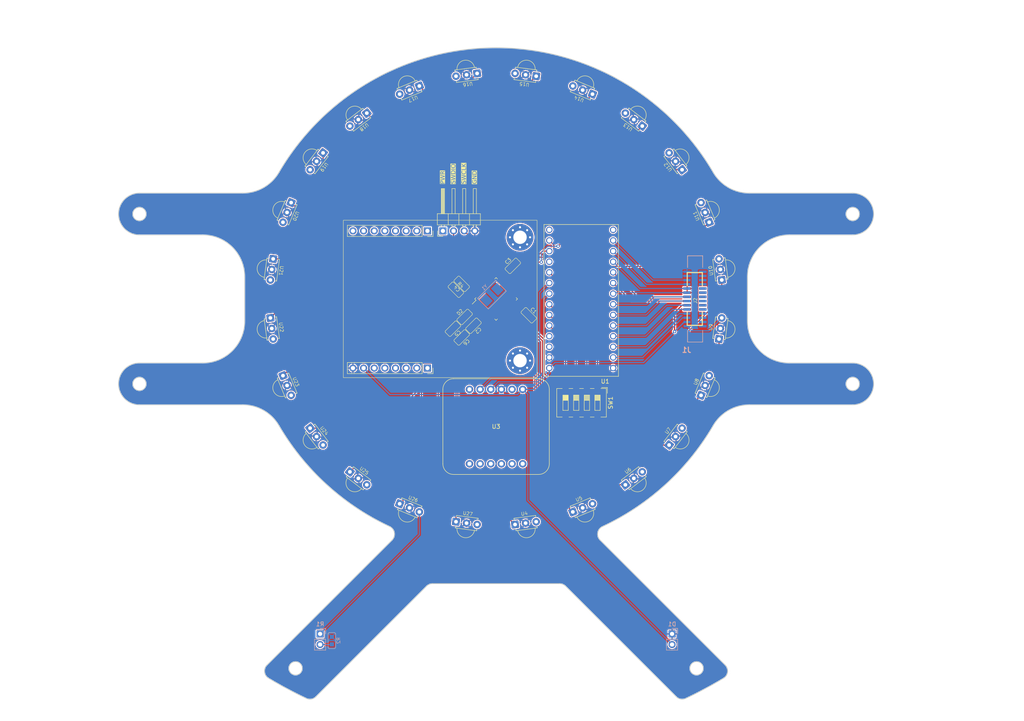
<source format=kicad_pcb>
(kicad_pcb (version 20221018) (generator pcbnew)
  (layers (0 "F.Cu" signal) (31 "B.Cu" signal) (34 "B.Paste" user) (35 "F.Paste" user) (36 "B.SilkS" user "B.Silkscreen") (37 "F.SilkS" user "F.Silkscreen") (38 "B.Mask" user) (39 "F.Mask" user) (44 "Edge.Cuts" user))
  (net 0 "")
  (net 1 "+5V")
  (net 2 "GND")
  (net 3 "+3V3")
  (net 4 "/L1 RX")
  (net 5 "/L1 TX")
  (net 6 "/FL PWM")
  (net 7 "/FL DIR")
  (net 8 "/FR PWM")
  (net 9 "/FR DIR")
  (net 10 "/BL PWM")
  (net 11 "/BL DIR")
  (net 12 "/BR PWM")
  (net 13 "/BR DIR")
  (net 14 "/SDA")
  (net 15 "/SCL")
  (net 24 "/IR/SWDIO")
  (net 25 "/IR/SWCLK")
  (net 26 "/IR/RST")
  (net 27 "/IR/BOOT")
  (net 28 "/LG")
  (net 29 "/IR/IR1")
  (net 30 "/IR/IR2")
  (net 31 "/IR/IR3")
  (net 32 "/IR/IR4")
  (net 33 "/IR/IR5")
  (net 34 "/IR/IR6")
  (net 35 "/IR/IR7")
  (net 36 "/IR/IR8")
  (net 37 "/IR/IR9")
  (net 38 "/IR/IR24")
  (net 39 "/IR/IR23")
  (net 40 "/IR/IR14")
  (net 41 "/IR/IR22")
  (net 42 "/IR/IR21")
  (net 43 "/IR/IR20")
  (net 44 "/IR/IR19")
  (net 45 "/IR/IR18")
  (net 46 "/IR/IR17")
  (net 47 "/IR/IR16")
  (net 48 "/IR/IR15")
  (net 49 "Net-(D2-A)")
  (net 50 "/IR/IR13")
  (net 51 "/IR/IR12")
  (net 52 "/IR/IR11")
  (net 53 "/IR/IR10")
  (net 54 "Net-(IC1-PD0)")
  (net 55 "Net-(IC1-PD1)")
  (net 58 "IR RX")
  (net 59 "IR TX")
  (net 60 "/DIP1")
  (net 61 "/DIP2")
  (net 62 "/DIP3")
  (net 79 "/C RX")
  (net 80 "/C TX")
  (net 95 "/U TX")
  (net 97 "/U RX")
  (net 107 "/DIP4")
  (footprint "footprints:Vishay_MINICAST-3P" (layer "F.Cu") (at 117.158919 132.873117 -52.5)
    (fp_text reference "U24")
    (fp_text value "TSSP58038")
  )
  (footprint "footprints:cap0603" (layer "F.Cu") (at 154.6 106.4 -135)
    (fp_text reference "C2")
    (fp_text value "0.1u")
  )
  (footprint "footprints:Vishay_MINICAST-3P" (layer "F.Cu") (at 180.664905 149.889495 22.5)
    (fp_text reference "U5")
    (fp_text value "TSSP58038")
  )
  (footprint "footprints:cap0603" (layer "F.Cu") (at 151.8 109.2 -135)
    (fp_text reference "C6")
    (fp_text value "22p")
  )
  (footprint "footprints:cap0603" (layer "F.Cu") (at 151.8 96.4 135)
    (fp_text reference "C4")
    (fp_text value "0.1u")
  )
  (footprint "footprints:Vishay_MINICAST-3P" (layer "F.Cu") (at 117.15892 67.126882 -127.5)
    (fp_text reference "U19")
    (fp_text value "TSSP58038")
  )
  (footprint "footprints:526100633" (layer "F.Cu") (at 205.6 100 90)
    (fp_text reference "J2")
    (fp_text value "52610-0833" hide)
  )
  (footprint "footprints:Vishay_MINICAST-3P" (layer "F.Cu") (at 167.048415 46.461977 172.5)
    (fp_text reference "U15")
    (fp_text value "TSSP58038")
  )
  (footprint "footprints:Vishay_MINICAST-3P" (layer "F.Cu") (at 213.538023 92.951586 97.5)
    (fp_text reference "U10")
    (fp_text value "TSSP58038")
  )
  (footprint "footprints:Vishay_MINICAST-3P" (layer "F.Cu") (at 202.841081 67.126883 127.5)
    (fp_text reference "U12")
    (fp_text value "TSSP58038")
  )
  (footprint "Connector_PinHeader_2.54mm:PinHeader_1x04_P2.54mm_Horizontal" (layer "F.Cu") (at 147.31 83.744 90)
    (fp_text reference "J3" hide)
    (fp_text value "Conn_01x04")
  )
  (footprint "footprints:Vishay_MINICAST-3P" (layer "F.Cu") (at 139.335095 50.110505 -157.5)
    (fp_text reference "U17")
    (fp_text value "TSSP58038")
  )
  (footprint "footprints:Vishay_MINICAST-3P" (layer "F.Cu") (at 106.461977 107.048414 -82.5)
    (fp_text reference "U22")
    (fp_text value "TSSP58038")
  )
  (footprint "footprints:Vishay_MINICAST-3P" (layer "F.Cu") (at 192.873118 57.15892 142.5)
    (fp_text reference "U13")
    (fp_text value "TSSP58038")
  )
  (footprint "footprints:Vishay_MINICAST-3P" (layer "F.Cu") (at 167.048414 153.538023 7.5)
    (fp_text reference "U4")
    (fp_text value "TSSP58038")
  )
  (footprint "Package_QFP:LQFP-48_7x7mm_P0.5mm" (layer "F.Cu") (at 160 100 45)
    (fp_text reference "IC1" hide)
    (fp_text value "STM32F103CBTx")
  )
  (footprint "footprints:led0603" (layer "F.Cu") (at 152.5 104.3 45)
    (fp_text reference "D2")
    (fp_text value "LED")
  )
  (footprint "Button_Switch_SMD:SW_DIP_SPSTx04_Slide_6.7x11.72mm_W8.61mm_P2.54mm_LowProfile" (layer "F.Cu") (at 180.4 124.8 -90)
    (fp_text reference "SW1")
    (fp_text value "SW_DIP_x04")
  )
  (footprint "footprints:Vishay_MINICAST-3P" (layer "F.Cu") (at 127.126882 142.84108 -37.5)
    (fp_text reference "U25")
    (fp_text value "TSSP58038")
  )
  (footprint "footprints:cap0603" (layer "F.Cu") (at 167.8 103.9 -45)
    (fp_text reference "C1")
    (fp_text value "0.1u")
  )
  (footprint "footprints:cap0603" (layer "F.Cu") (at 149.7 107.1 -135)
    (fp_text reference "C5")
    (fp_text value "22p")
  )
  (footprint "footprints:openmv" (layer "F.Cu") (at 166.223 100 -90)
    (fp_text reference "U2" hide)
    (fp_text value "OpenMV H7" hide)
  )
  (footprint "footprints:Vishay_MINICAST-3P" (layer "F.Cu") (at 152.951586 46.461977 -172.5)
    (fp_text reference "U16")
    (fp_text value "TSSP58038")
  )
  (footprint "footprints:Vishay_MINICAST-3P" (layer "F.Cu") (at 209.889495 120.664906 67.5)
    (fp_text reference "U8")
    (fp_text value "TSSP58038")
  )
  (footprint "footprints:Vishay_MINICAST-3P" (layer "F.Cu") (at 192.873117 142.841081 37.5)
    (fp_text reference "U6")
    (fp_text value "TSSP58038")
  )
  (footprint "footprints:res0603" (layer "F.Cu") (at 150.4 97.8 -45)
    (fp_text reference "R4")
    (fp_text value "10K")
  )
  (footprint "footprints:Vishay_MINICAST-3P" (layer "F.Cu") (at 127.126883 57.158919 -142.5)
    (fp_text reference "U18")
    (fp_text value "TSSP58038")
  )
  (footprint "footprints:teensy4" (layer "F.Cu") (at 180.32 100 180)
    (fp_text reference "U1")
    (fp_text value "DEV-15583")
  )
  (footprint "footprints:Vishay_MINICAST-3P" (layer "F.Cu") (at 213.538023 107.048415 82.5)
    (fp_text reference "U9")
    (fp_text value "TSSP58038")
  )
  (footprint "footprints:Vishay_MINICAST-3P" (layer "F.Cu") (at 139.335094 149.889495 -22.5)
    (fp_text reference "U26")
    (fp_text value "TSSP58038")
  )
  (footprint "footprints:Vishay_MINICAST-3P" (layer "F.Cu") (at 152.951585 153.538023 -7.5)
    (fp_text reference "U27")
    (fp_text value "TSSP58038")
  )
  (footprint "footprints:Vishay_MINICAST-3P" (layer "F.Cu") (at 110.110505 120.664905 -67.5)
    (fp_text reference "U23")
    (fp_text value "TSSP58038")
  )
  (footprint "footprints:Vishay_MINICAST-3P" (layer "F.Cu") (at 202.84108 132.873118 52.5)
    (fp_text reference "U7")
    (fp_text value "TSSP58038")
  )
  (footprint "footprints:Vishay_MINICAST-3P" (layer "F.Cu") (at 110.110505 79.335094 -112.5)
    (fp_text reference "U20")
    (fp_text value "TSSP58038")
  )
  (footprint "footprints:Vishay_MINICAST-3P" (layer "F.Cu") (at 209.889495 79.335095 112.5)
    (fp_text reference "U11")
    (fp_text value "TSSP58038")
  )
  (footprint "footprints:bno085" (layer "F.Cu") (at 160 130.48 180)
    (fp_text reference "U3")
    (fp_text value "BNO085")
  )
  (footprint "footprints:Vishay_MINICAST-3P" (layer "F.Cu") (at 180.664906 50.110505 157.5)
    (fp_text reference "U14")
    (fp_text value "TSSP58038")
  )
  (footprint "footprints:Vishay_MINICAST-3P" (layer "F.Cu") (at 106.461977 92.951585 -97.5)
    (fp_text reference "U21")
    (fp_text value "TSSP58038")
  )
  (footprint "footprints:cap0603" (layer "F.Cu") (at 164 92.1 45)
    (fp_text reference "C3")
    (fp_text value "0.1u")
  )
  (footprint "Connector_PinHeader_2.54mm:PinHeader_1x02_P2.54mm_Vertical" (layer "B.Cu") (at 118 180 180)
    (fp_text reference "R1")
    (fp_text value "R_Photo")
  )
  (footprint "footprints:Crystal" (layer "B.Cu") (at 159 99 -135)
    (fp_text reference "Y1")
    (fp_text value "8Mhz")
  )
  (footprint "footprints:res0603" (layer "B.Cu") (at 120.8 181.6 90)
    (fp_text reference "R2")
    (fp_text value "3K24")
  )
  (footprint "Connector_PinHeader_2.54mm:PinHeader_1x02_P2.54mm_Vertical" (layer "B.Cu") (at 202 180 180)
    (fp_text reference "D1")
    (fp_text value "LED")
  )
  (footprint "footprints:526101433" (layer "B.Cu") (at 207.5 100 90)
    (fp_text reference "J1")
    (fp_text value "0526101433" hide)
  )
  (gr_circle (center 74.884814 120.289283) (end 76.484814 120.289283) (stroke (width 0.2)) (fill none) (layer "Edge.Cuts"))
  (gr_line (start 74.884814 125.289283) (end 99.546163 125.289283) (stroke (width 0.2)) (layer "Edge.Cuts"))
  (gr_arc (start 175.171573 167.999999) (mid 175.936946 168.152231) (end 176.585786 168.585786) (stroke (width 0.2)) (layer "Edge.Cuts"))
  (gr_arc (start 74.884814 84.710715) (mid 69.884814 79.710715) (end 74.884814 74.710715) (stroke (width 0.2)) (layer "Edge.Cuts"))
  (gr_line (start 214.687712 187.442537) (end 184.830626 157.585454) (stroke (width 0.2)) (layer "Edge.Cuts"))
  (gr_arc (start 90 84.710715) (mid 97.071068 87.639647) (end 100 94.710715) (stroke (width 0.2)) (layer "Edge.Cuts"))
  (gr_arc (start 114.718549 195.402253) (mid 110.149784 193.096486) (end 105.698091 190.572085) (stroke (width 0.2)) (layer "Edge.Cuts"))
  (gr_arc (start 184.830626 157.585454) (mid 184.275092 155.824689) (end 185.398231 154.359265) (stroke (width 0.2)) (layer "Edge.Cuts"))
  (gr_line (start 245.115186 74.710715) (end 220.453837 74.710715) (stroke (width 0.2)) (layer "Edge.Cuts"))
  (gr_arc (start 214.301914 190.572082) (mid 209.850218 193.096485) (end 205.281451 195.402254) (stroke (width 0.2)) (layer "Edge.Cuts"))
  (gr_arc (start 134.601771 154.359267) (mid 119.55363 144.318066) (end 108.182425 130.247957) (stroke (width 0.2)) (layer "Edge.Cuts"))
  (gr_line (start 245.115186 125.289283) (end 220.453837 125.289283) (stroke (width 0.2)) (layer "Edge.Cuts"))
  (gr_line (start 105.312293 187.44254) (end 135.169377 157.585456) (stroke (width 0.2)) (layer "Edge.Cuts"))
  (gr_circle (center 245.115186 120.289283) (end 246.715186 120.289283) (stroke (width 0.2)) (fill none) (layer "Edge.Cuts"))
  (gr_arc (start 245.115186 74.710715) (mid 250.115194 79.710719) (end 245.115186 84.710715) (stroke (width 0.2)) (layer "Edge.Cuts"))
  (gr_arc (start 108.182425 69.752041) (mid 104.525457 73.38289) (end 99.546163 74.710715) (stroke (width 0.2)) (layer "Edge.Cuts"))
  (gr_line (start 220 94.710715) (end 220 105.289283) (stroke (width 0.2)) (layer "Edge.Cuts"))
  (gr_arc (start 220.453837 74.710715) (mid 215.474543 73.38289) (end 211.817575 69.752041) (stroke (width 0.2)) (layer "Edge.Cuts"))
  (gr_circle (center 245.115186 79.710715) (end 246.715186 79.710715) (stroke (width 0.2)) (fill none) (layer "Edge.Cuts"))
  (gr_arc (start 100 105.289283) (mid 97.071068 112.360351) (end 90 115.289283) (stroke (width 0.2)) (layer "Edge.Cuts"))
  (gr_line (start 245.115186 115.289283) (end 230 115.289283) (stroke (width 0.2)) (layer "Edge.Cuts"))
  (gr_arc (start 74.884814 125.289283) (mid 69.884814 120.289283) (end 74.884814 115.289283) (stroke (width 0.2)) (layer "Edge.Cuts"))
  (gr_line (start 116.990341 195.009658) (end 143.414213 168.585785) (stroke (width 0.2)) (layer "Edge.Cuts"))
  (gr_line (start 245.115186 84.710715) (end 230 84.710715) (stroke (width 0.2)) (layer "Edge.Cuts"))
  (gr_arc (start 230 115.289283) (mid 222.928931 112.360351) (end 220 105.289283) (stroke (width 0.2)) (layer "Edge.Cuts"))
  (gr_arc (start 245.115186 115.289283) (mid 250.115186 120.289279) (end 245.115186 125.289283) (stroke (width 0.2)) (layer "Edge.Cuts"))
  (gr_arc (start 214.687712 187.442537) (mid 215.258472 189.10145) (end 214.301914 190.572082) (stroke (width 0.2)) (layer "Edge.Cuts"))
  (gr_line (start 203.009659 195.009658) (end 176.585786 168.585786) (stroke (width 0.2)) (layer "Edge.Cuts"))
  (gr_arc (start 205.281451 195.402254) (mid 204.083301 195.566214) (end 203.009659 195.009658) (stroke (width 0.2)) (layer "Edge.Cuts"))
  (gr_arc (start 116.990341 195.009658) (mid 115.916706 195.566233) (end 114.718549 195.402253) (stroke (width 0.2)) (layer "Edge.Cuts"))
  (gr_circle (center 74.884814 79.710715) (end 76.484814 79.710715) (stroke (width 0.2)) (fill none) (layer "Edge.Cuts"))
  (gr_arc (start 220 94.710715) (mid 222.928927 87.639637) (end 230 84.710715) (stroke (width 0.2)) (layer "Edge.Cuts"))
  (gr_line (start 74.884814 84.710715) (end 90 84.710715) (stroke (width 0.2)) (layer "Edge.Cuts"))
  (gr_circle (center 112.145491 188.220926) (end 113.745491 188.220926) (stroke (width 0.2)) (fill none) (layer "Edge.Cuts"))
  (gr_line (start 100 94.710715) (end 100 105.289283) (stroke (width 0.2)) (layer "Edge.Cuts"))
  (gr_line (start 74.884814 74.710715) (end 99.546163 74.710715) (stroke (width 0.2)) (layer "Edge.Cuts"))
  (gr_arc (start 134.601771 154.359267) (mid 135.72491 155.824691) (end 135.169377 157.585456) (stroke (width 0.2)) (layer "Edge.Cuts"))
  (gr_arc (start 99.546163 125.289283) (mid 104.525457 126.617108) (end 108.182425 130.247957) (stroke (width 0.2)) (layer "Edge.Cuts"))
  (gr_arc (start 105.698091 190.572085) (mid 104.741533 189.101453) (end 105.312293 187.44254) (stroke (width 0.2)) (layer "Edge.Cuts"))
  (gr_line (start 144.828427 167.999999) (end 175.171573 167.999999) (stroke (width 0.2)) (layer "Edge.Cuts"))
  (gr_line (start 74.884814 115.289283) (end 90 115.289283) (stroke (width 0.2)) (layer "Edge.Cuts"))
  (gr_arc (start 211.817574 130.247957) (mid 200.446371 144.318066) (end 185.398231 154.359265) (stroke (width 0.2)) (layer "Edge.Cuts"))
  (gr_arc (start 211.817574 130.247957) (mid 215.474543 126.617108) (end 220.453837 125.289283) (stroke (width 0.2)) (layer "Edge.Cuts"))
  (gr_arc (start 108.182425 69.752041) (mid 160 39.999999) (end 211.817575 69.752041) (stroke (width 0.2)) (layer "Edge.Cuts"))
  (gr_arc (start 143.414213 168.585785) (mid 144.06306 168.15224) (end 144.828427 167.999999) (stroke (width 0.2)) (layer "Edge.Cuts"))
  (gr_circle (center 207.854509 188.220926) (end 209.454509 188.220926) (stroke (width 0.2)) (fill none) (layer "Edge.Cuts"))
  (gr_text "SWCLK" (at 152.38 72.568 90) (layer "F.SilkS" knockout) (effects (font (size 1 1)) (justify left)))
  (gr_text "PWR" (at 147.3 72.568 90) (layer "F.SilkS" knockout) (effects (font (size 1 1)) (justify left)))
  (gr_text "GND" (at 154.92 72.568 90) (layer "F.SilkS" knockout) (effects (font (size 1 1)) (justify left)))
  (gr_text "SWDIO" (at 149.84 72.568 90) (layer "F.SilkS" knockout) (effects (font (size 1 1)) (justify left)))
  (segment (start 204.375 101.5) (end 202.6 103.275) (width 0.3) (layer "F.Cu") (net 1))
  (segment (start 202.6 103.275) (end 202.6 107.8) (width 0.3) (layer "F.Cu") (net 1))
  (segment (start 205.6 101.5) (end 204.375 101.5) (width 0.3) (layer "F.Cu") (net 1))
  (via (at 202.6 107.8) (size 0.8) (drill 0.4) (layers "F.Cu" "B.Cu") (net 1))
  (segment (start 167.566 148.106) (end 202 182.54) (width 0.254) (layer "B.Cu") (net 1))
  (segment (start 195.2 115.2) (end 174.01 115.2) (width 0.3) (layer "B.Cu") (net 1))
  (segment (start 167.6 122.8) (end 167.566 122.834) (width 0.254) (layer "B.Cu") (net 1))
  (segment (start 165.111 122.829) (end 134.696 122.829) (width 0.3) (layer "B.Cu") (net 1))
  (segment (start 134.696 122.829) (end 128.377 116.51) (width 0.3) (layer "B.Cu") (net 1))
  (segment (start 204.9 105.5) (end 195.2 115.2) (width 0.3) (layer "B.Cu") (net 1))
  (segment (start 205.575 105.5) (end 204.9 105.5) (width 0.3) (layer "B.Cu") (net 1))
  (segment (start 166.35 121.59) (end 168.88458 121.59) (width 0.3) (layer "B.Cu") (net 1))
  (segment (start 174.01 115.2) (end 172.7 116.51) (width 0.3) (layer "B.Cu") (net 1))
  (segment (start 166.39 121.59) (end 167.6 122.8) (width 0.254) (layer "B.Cu") (net 1))
  (segment (start 172.7 117.77458) (end 172.7 116.51) (width 0.3) (layer "B.Cu") (net 1))
  (segment (start 166.35 121.59) (end 166.39 121.59) (width 0.254) (layer "B.Cu") (net 1))
  (segment (start 166.35 121.59) (end 165.111 122.829) (width 0.3) (layer "B.Cu") (net 1))
  (segment (start 168.88458 121.59) (end 172.7 117.77458) (width 0.3) (layer "B.Cu") (net 1))
  (segment (start 167.566 122.834) (end 167.566 148.106) (width 0.254) (layer "B.Cu") (net 1))
  (segment (start 167.163604 103.263604) (end 164.898788 100.998788) (width 0.254) (layer "F.Cu") (net 3))
  (segment (start 160.998788 95.112124) (end 160.998788 95.101212) (width 0.25) (layer "F.Cu") (net 3))
  (segment (start 164.898788 100.998788) (end 164.887876 100.998788) (width 0.254) (layer "F.Cu") (net 3))
  (segment (start 157.940551 103.827215) (end 156.004162 105.763604) (width 0.254) (layer "F.Cu") (net 3))
  (segment (start 155.112124 99.001212) (end 154.401212 99.001212) (width 0.25) (layer "F.Cu") (net 3))
  (segment (start 160.998788 95.101212) (end 163.363604 92.736396) (width 0.25) (layer "F.Cu") (net 3))
  (segment (start 156.004162 105.763604) (end 155.236396 105.763604) (width 0.254) (layer "F.Cu") (net 3))
  (segment (start 154.401212 99.001212) (end 152.436396 97.036396) (width 0.25) (layer "F.Cu") (net 3))
  (segment (start 210.799705 107.6) (end 213.86956 104.530145) (width 0.3) (layer "B.Cu") (net 3))
  (segment (start 141.681748 150.861511) (end 141.681748 156.318252) (width 0.254) (layer "B.Cu") (net 3))
  (segment (start 206.675 107.6) (end 210.799705 107.6) (width 0.3) (layer "B.Cu") (net 3))
  (segment (start 141.681748 156.318252) (end 118 180) (width 0.254) (layer "B.Cu") (net 3))
  (segment (start 205.575 106.5) (end 206.675 107.6) (width 0.3) (layer "B.Cu") (net 3))
  (segment (start 195.03 113.97) (end 187.94 113.97) (width 0.254) (layer "B.Cu") (net 4))
  (segment (start 204.5 104.5) (end 195.03 113.97) (width 0.254) (layer "B.Cu") (net 4))
  (segment (start 205.575 104.5) (end 204.5 104.5) (width 0.254) (layer "B.Cu") (net 4))
  (segment (start 203.7 103.5) (end 195.77 111.43) (width 0.254) (layer "B.Cu") (net 5))
  (segment (start 195.77 111.43) (end 187.94 111.43) (width 0.254) (layer "B.Cu") (net 5))
  (segment (start 205.575 103.5) (end 203.7 103.5) (width 0.254) (layer "B.Cu") (net 5))
  (segment (start 205.575 102.5) (end 202.1 102.5) (width 0.254) (layer "B.Cu") (net 6))
  (segment (start 195.71 108.89) (end 187.94 108.89) (width 0.254) (layer "B.Cu") (net 6))
  (segment (start 202.1 102.5) (end 195.71 108.89) (width 0.254) (layer "B.Cu") (net 6))
  (segment (start 195.85 106.35) (end 187.94 106.35) (width 0.254) (layer "B.Cu") (net 7))
  (segment (start 200.7 101.5) (end 195.85 106.35) (width 0.254) (layer "B.Cu") (net 7))
  (segment (start 205.575 101.5) (end 200.7 101.5) (width 0.254) (layer "B.Cu") (net 7))
  (segment (start 187.94 103.81) (end 195.79 103.81) (width 0.254) (layer "B.Cu") (net 8))
  (segment (start 195.79 103.81) (end 199.1 100.5) (width 0.254) (layer "B.Cu") (net 8))
  (segment (start 199.1 100.5) (end 205.575 100.5) (width 0.254) (layer "B.Cu") (net 8))
  (segment (start 197.7 99.5) (end 195.93 101.27) (width 0.254) (layer "B.Cu") (net 9))
  (segment (start 195.93 101.27) (end 187.94 101.27) (width 0.254) (layer "B.Cu") (net 9))
  (segment (start 205.575 99.5) (end 197.7 99.5) (width 0.254) (layer "B.Cu") (net 9))
  (segment (start 188.17 98.5) (end 187.94 98.73) (width 0.254) (layer "B.Cu") (net 10))
  (segment (start 205.575 98.5) (end 188.17 98.5) (width 0.254) (layer "B.Cu") (net 10))
  (segment (start 194.33 97.5) (end 187.94 91.11) (width 0.254) (layer "B.Cu") (net 11))
  (segment (start 205.575 97.5) (end 194.33 97.5) (width 0.254) (layer "B.Cu") (net 11))
  (segment (start 195.87 96.5) (end 187.94 88.57) (width 0.254) (layer "B.Cu") (net 12))
  (segment (start 205.575 96.5) (end 195.87 96.5) (width 0.254) (layer "B.Cu") (net 12))
  (segment (start 205.575 95.5) (end 197.41 95.5) (width 0.254) (layer "B.Cu") (net 13))
  (segment (start 197.41 95.5) (end 187.94 86.03) (width 0.254) (layer "B.Cu") (net 13))
  (segment (start 170.4 117.6) (end 169 119) (width 0.254) (layer "B.Cu") (net 14))
  (segment (start 169 119) (end 158.78 119) (width 0.254) (layer "B.Cu") (net 14))
  (segment (start 170.4 98.49) (end 170.4 117.6) (width 0.254) (layer "B.Cu") (net 14))
  (segment (start 172.7 96.19) (end 170.4 98.49) (width 0.254) (layer "B.Cu") (net 14))
  (segment (start 158.78 119) (end 156.19 121.59) (width 0.254) (layer "B.Cu") (net 14))
  (segment (start 158.73 121.59) (end 160.52 119.8) (width 0.254) (layer "B.Cu") (net 15))
  (segment (start 160.52 119.8) (end 170 119.8) (width 0.254) (layer "B.Cu") (net 15))
  (segment (start 170 119.8) (end 171.4 118.4) (width 0.254) (layer "B.Cu") (net 15))
  (segment (start 171.4 100.03) (end 172.7 98.73) (width 0.254) (layer "B.Cu") (net 15))
  (segment (start 171.4 118.4) (end 171.4 100.03) (width 0.254) (layer "B.Cu") (net 15))
  (segment (start 160.771231 96.387169) (end 159.987169 95.603107) (width 0.25) (layer "F.Cu") (net 24))
  (segment (start 159.987169 91.341169) (end 152.39 83.744) (width 0.25) (layer "F.Cu") (net 24))
  (segment (start 161.705895 95.819231) (end 161.137957 96.387169) (width 0.25) (layer "F.Cu") (net 24))
  (segment (start 161.137957 96.387169) (end 160.771231 96.387169) (width 0.25) (layer "F.Cu") (net 24))
  (segment (start 159.987169 95.603107) (end 159.987169 91.341169) (width 0.25) (layer "F.Cu") (net 24))
  (segment (start 149.85 85.960912) (end 149.85 83.744) (width 0.25) (layer "F.Cu") (net 25))
  (segment (start 159.001212 95.112124) (end 149.85 85.960912) (width 0.25) (layer "F.Cu") (net 25))
  (segment (start 155.693235 99.922703) (end 152.522703 99.922703) (width 0.25) (layer "F.Cu") (net 27))
  (segment (start 152.522703 99.922703) (end 151.036396 98.436396) (width 0.25) (layer "F.Cu") (net 27))
  (segment (start 157.2 98.26066) (end 156.526338 97.586998) (width 0.25) (layer "F.Cu") (net 27))
  (segment (start 155.693235 99.922703) (end 157.2 98.415938) (width 0.25) (layer "F.Cu") (net 27))
  (segment (start 157.2 98.415938) (end 157.2 98.26066) (width 0.25) (layer "F.Cu") (net 27))
  (segment (start 120.76 182.54) (end 118 182.54) (width 0.254) (layer "B.Cu") (net 28))
  (segment (start 120.8 182.5) (end 120.76 182.54) (width 0.254) (layer "B.Cu") (net 28))
  (segment (start 162.376279 106.465773) (end 150.887315 117.954737) (width 0.254) (layer "F.Cu") (net 29))
  (segment (start 150.887315 117.954737) (end 150.887315 140.287315) (width 0.254) (layer "F.Cu") (net 29))
  (segment (start 150.887315 140.287315) (end 164.46956 153.86956) (width 0.254) (layer "F.Cu") (net 29))
  (segment (start 164.46956 153.86956) (end 164.530144 153.86956) (width 0.254) (layer "F.Cu") (net 29))
  (segment (start 162.376279 104.851153) (end 162.376279 106.465773) (width 0.254) (layer "F.Cu") (net 29))
  (segment (start 161.705895 104.180769) (end 162.376279 104.851153) (width 0.254) (layer "F.Cu") (net 29))
  (segment (start 162.059449 103.827215) (end 169.242 111.009766) (width 0.254) (layer "F.Cu") (net 30))
  (segment (start 169.242 141.78526) (end 178.318251 150.861511) (width 0.254) (layer "F.Cu") (net 30))
  (segment (start 169.242 111.009766) (end 169.242 141.78526) (width 0.254) (layer "F.Cu") (net 30))
  (segment (start 182.987335 144.387335) (end 169.696 131.096) (width 0.254) (layer "F.Cu") (net 31))
  (segment (start 169.696 131.096) (end 169.696 110.75666) (width 0.254) (layer "F.Cu") (net 31))
  (segment (start 169.696 110.75666) (end 162.413002 103.473662) (width 0.254) (layer "F.Cu") (net 31))
  (segment (start 190.858 144.387335) (end 182.987335 144.387335) (width 0.254) (layer "F.Cu") (net 31))
  (segment (start 174.888235 134.888235) (end 170.15 130.15) (width 0.254) (layer "F.Cu") (net 32))
  (segment (start 170.15 110.503554) (end 162.766555 103.120109) (width 0.254) (layer "F.Cu") (net 32))
  (segment (start 170.15 130.15) (end 170.15 110.503554) (width 0.254) (layer "F.Cu") (net 32))
  (segment (start 201.294826 134.888235) (end 174.888235 134.888235) (width 0.254) (layer "F.Cu") (net 32))
  (segment (start 198.929039 133) (end 188 133) (width 0.254) (layer "F.Cu") (net 33))
  (segment (start 188 133) (end 186 133) (width 0.254) (layer "F.Cu") (net 33))
  (segment (start 188 133) (end 175.4 133) (width 0.254) (layer "F.Cu") (net 33))
  (segment (start 170.604 110.250446) (end 163.120109 102.766555) (width 0.254) (layer "F.Cu") (net 33))
  (segment (start 173.953474 131.553474) (end 170.8 128.4) (width 0.254) (layer "F.Cu") (net 33))
  (segment (start 175.4 133) (end 170.8 128.4) (width 0.254) (layer "F.Cu") (net 33))
  (segment (start 170.604 128.204) (end 170.604 110.250446) (width 0.254) (layer "F.Cu") (net 33))
  (segment (start 170.8 128.4) (end 170.604 128.204) (width 0.254) (layer "F.Cu") (net 33))
  (segment (start 208.917479 123.01156) (end 198.929039 133) (width 0.254) (layer "F.Cu") (net 33))
  (segment (start 193.2 132.2) (end 213.206486 112.193514) (width 0.254) (layer "F.Cu") (net 34))
  (segment (start 171.058 127.658) (end 175.6 132.2) (width 0.254) (layer "F.Cu") (net 34))
  (segment (start 213.206486 112.193514) (end 213.206486 109.566685) (width 0.254) (layer "F.Cu") (net 34))
  (segment (start 163.473662 102.413002) (end 171.058 109.99734) (width 0.254) (layer "F.Cu") (net 34))
  (segment (start 171.058 109.99734) (end 171.058 127.658) (width 0.254) (layer "F.Cu") (net 34))
  (segment (start 175.6 132.2) (end 193.2 132.2) (width 0.254) (layer "F.Cu") (net 34))
  (segment (start 175.75 122.04) (end 171.51 117.8) (width 0.25) (layer "F.Cu") (net 35))
  (segment (start 213.86956 99.75544) (end 191.585 122.04) (width 0.25) (layer "F.Cu") (net 35))
  (segment (start 213.86956 95.469856) (end 213.86956 99.75544) (width 0.25) (layer "F.Cu") (net 35))
  (segment (start 191.585 122.04) (end 175.75 122.04) (width 0.25) (layer "F.Cu") (net 35))
  (segment (start 163.827215 102.059449) (end 171.512 109.744234) (width 0.254) (layer "F.Cu") (net 35))
  (segment (start 171.51 117.8) (end 171.51 109.71) (width 0.25) (layer "F.Cu") (net 35))
  (segment (start 171.51 109.71) (end 164.8 103) (width 0.25) (layer "F.Cu") (net 35))
  (segment (start 171.512 109.744234) (end 171.512 110.8) (width 0.254) (layer "F.Cu") (net 35))
  (segment (start 210.861511 81.681749) (end 200.34326 92.2) (width 0.25) (layer "F.Cu") (net 36))
  (segment (start 169.567766 92.2) (end 163.827215 97.940551) (width 0.25) (layer "F.Cu") (net 36))
  (segment (start 200.34326 92.2) (end 169.567766 92.2) (width 0.25) (layer "F.Cu") (net 36))
  (segment (start 174.8 87.4) (end 193.058 69.142) (width 0.254) (layer "F.Cu") (net 37))
  (segment (start 169.86066 91.2) (end 170.8 91.2) (width 0.254) (layer "F.Cu") (net 37))
  (segment (start 163.473662 97.586998) (end 169.86066 91.2) (width 0.254) (layer "F.Cu") (net 37))
  (segment (start 193.058 69.142) (end 204.387335 69.142) (width 0.254) (layer "F.Cu") (net 37))
  (segment (start 194.458 69.142) (end 204.387335 69.142) (width 0.25) (layer "F.Cu") (net 37))
  (via (at 170.8 91.2) (size 0.8) (drill 0.4) (layers "F.Cu" "B.Cu") (net 37))
  (via (at 174.8 87.4) (size 0.8) (drill 0.4) (layers "F.Cu" "B.Cu") (net 37))
  (segment (start 170.8 88.925678) (end 172.325678 87.4) (width 0.254) (layer "B.Cu") (net 37))
  (segment (start 172.325678 87.4) (end 174.4 87.4) (width 0.254) (layer "B.Cu") (net 37))
  (segment (start 170.8 91.2) (end 170.8 88.925678) (width 0.254) (layer "B.Cu") (net 37))
  (segment (start 174.4 87.4) (end 174.8 87.4) (width 0.254) (layer "B.Cu") (net 37))
  (segment (start 161.352342 104.534322) (end 161.922279 105.104259) (width 0.254) (layer "F.Cu") (net 38))
  (segment (start 150.433315 117.766685) (end 150.433315 153.206486) (width 0.254) (layer "F.Cu") (net 38))
  (segment (start 161.922279 106.277721) (end 150.433315 117.766685) (width 0.254) (layer "F.Cu") (net 38))
  (segment (start 161.922279 105.104259) (end 161.922279 106.277721) (width 0.254) (layer "F.Cu") (net 38))
  (segment (start 146.2 119.686664) (end 146.2 139.705919) (width 0.254) (layer "F.Cu") (net 39))
  (segment (start 160.998788 104.887876) (end 146.2 119.686664) (width 0.254) (layer "F.Cu") (net 39))
  (segment (start 146.2 139.705919) (end 136.98844 148.917479) (width 0.254) (layer "F.Cu") (net 39))
  (segment (start 147.429604 86.85) (end 145.289802 84.710198) (width 0.25) (layer "F.Cu") (net 40))
  (segment (start 148.617766 86.85) (end 147.429604 86.85) (width 0.25) (layer "F.Cu") (net 40))
  (segment (start 145.289802 84.710198) (end 145.289802 52.746542) (width 0.25) (layer "F.Cu") (net 40))
  (segment (start 145.289802 52.746542) (end 141.681749 49.138489) (width 0.25) (layer "F.Cu") (net 40))
  (segment (start 157.940551 96.172785) (end 148.617766 86.85) (width 0.25) (layer "F.Cu") (net 40))
  (segment (start 142.2 121.689088) (end 142.2 124.206591) (width 0.254) (layer "F.Cu") (net 41))
  (segment (start 159.001212 104.887876) (end 142.2 121.689088) (width 0.254) (layer "F.Cu") (net 41))
  (segment (start 142.2 124.206591) (end 125.111765 141.294826) (width 0.254) (layer "F.Cu") (net 41))
  (segment (start 132.32398 130.858) (end 115.612665 130.858) (width 0.254) (layer "F.Cu") (net 42))
  (segment (start 158.647658 104.534322) (end 132.32398 130.858) (width 0.254) (layer "F.Cu") (net 42))
  (segment (start 147.141874 115.333) (end 112.12374 115.333) (width 0.254) (layer "F.Cu") (net 43))
  (segment (start 158.294105 104.180769) (end 147.141874 115.333) (width 0.254) (layer "F.Cu") (net 43))
  (segment (start 112.12374 115.333) (end 109.138489 118.318251) (width 0.254) (layer "F.Cu") (net 43))
  (segment (start 116.660584 94) (end 106.13044 104.530144) (width 0.25) (layer "F.Cu") (net 44))
  (segment (start 155.819231 98.294105) (end 151.525126 94) (width 0.25) (layer "F.Cu") (net 44))
  (segment (start 151.525126 94) (end 116.660584 94) (width 0.25) (layer "F.Cu") (net 44))
  (segment (start 156.172785 97.940551) (end 148.665549 90.433315) (width 0.25) (layer "F.Cu") (net 45))
  (segment (start 148.665549 90.433315) (end 106.793514 90.433315) (width 0.25) (layer "F.Cu") (net 45))
  (segment (start 122.694081 88.6) (end 148.246446 88.6) (width 0.25) (layer "F.Cu") (net 46))
  (segment (start 148.246446 88.6) (end 156.879891 97.233445) (width 0.25) (layer "F.Cu") (net 46))
  (segment (start 111.082521 76.98844) (end 122.694081 88.6) (width 0.25) (layer "F.Cu") (net 46))
  (segment (start 118.705174 80.305174) (end 126.15 87.75) (width 0.25) (layer "F.Cu") (net 47))
  (segment (start 148.103554 87.75) (end 157.233445 96.879891) (width 0.25) (layer "F.Cu") (net 47))
  (segment (start 126.15 87.75) (end 148.103554 87.75) (width 0.25) (layer "F.Cu") (net 47))
  (segment (start 118.705174 65.111765) (end 118.705174 80.305174) (width 0.25) (layer "F.Cu") (net 47))
  (segment (start 148.36066 87.3) (end 147.243208 87.3) (width 0.25) (layer "F.Cu") (net 48))
  (segment (start 144.839802 84.896594) (end 144.839802 71.310467) (width 0.25) (layer "F.Cu") (net 48))
  (segment (start 144.839802 71.310467) (end 129.142 55.612665) (width 0.25) (layer "F.Cu") (net 48))
  (segment (start 147.243208 87.3) (end 144.839802 84.896594) (width 0.25) (layer "F.Cu") (net 48))
  (segment (start 157.586998 96.526338) (end 148.36066 87.3) (width 0.25) (layer "F.Cu") (net 48))
  (segment (start 155.447658 101.352342) (end 153.136396 103.663604) (width 0.2) (layer "F.Cu") (net 49))
  (segment (start 155.465678 101.352342) (end 155.447658 101.352342) (width 0.2) (layer "F.Cu") (net 49))
  (segment (start 158.294105 95.819231) (end 148.874874 86.4) (width 0.25) (layer "F.Cu") (net 50))
  (segment (start 148.874874 86.4) (end 147.616 86.4) (width 0.25) (layer "F.Cu") (net 50))
  (segment (start 146 84.784) (end 146 55.600296) (width 0.25) (layer "F.Cu") (net 50))
  (segment (start 146 55.600296) (end 155.469856 46.13044) (width 0.25) (layer "F.Cu") (net 50))
  (segment (start 147.616 86.4) (end 146 84.784) (width 0.25) (layer "F.Cu") (net 50))
  (segment (start 148.675 85.49302) (end 148.675 67.685199) (width 0.25) (layer "F.Cu") (net 51))
  (segment (start 158.647658 95.465678) (end 148.675 85.49302) (width 0.25) (layer "F.Cu") (net 51))
  (segment (start 148.675 67.685199) (end 169.566685 46.793514) (width 0.25) (layer "F.Cu") (net 51))
  (segment (start 169.8 88.432234) (end 169.8 64.294081) (width 0.25) (layer "F.Cu") (net 52))
  (segment (start 169.8 64.294081) (end 183.01156 51.082521) (width 0.25) (layer "F.Cu") (net 52))
  (segment (start 162.059449 96.172785) (end 169.8 88.432234) (width 0.25) (layer "F.Cu") (net 52))
  (segment (start 170.25 88.68934) (end 162.413002 96.526338) (width 0.25) (layer "F.Cu") (net 53))
  (segment (start 170.25 83.343409) (end 170.25 88.68934) (width 0.25) (layer "F.Cu") (net 53))
  (segment (start 194.888235 58.705174) (end 170.25 83.343409) (width 0.25) (layer "F.Cu") (net 53))
  (segment (start 172.7 86.03) (end 173.79 87.12) (width 0.25) (layer "F.Cu") (net 58))
  (segment (start 173.151493 90.02) (end 170.333554 90.02) (width 0.25) (layer "F.Cu") (net 58))
  (segment (start 173.79 89.381493) (end 173.151493 90.02) (width 0.25) (layer "F.Cu") (net 58))
  (segment (start 170.333554 90.02) (end 163.120109 97.233445) (width 0.25) (layer "F.Cu") (net 58))
  (segment (start 173.79 87.12) (end 173.79 89.381493) (width 0.25) (layer "F.Cu") (net 58))
  (segment (start 171.076446 88.57) (end 172.7 88.57) (width 0.25) (layer "F.Cu") (net 59))
  (segment (start 162.766555 96.879891) (end 171.076446 88.57) (width 0.25) (layer "F.Cu") (net 59))
  (segment (start 176.59 120.495) (end 176.59 110.24) (width 0.254) (layer "F.Cu") (net 60))
  (segment (start 176.59 110.24) (end 172.7 106.35) (width 0.254) (layer "F.Cu") (net 60))
  (segment (start 179.13 110.24) (end 172.7 103.81) (width 0.254) (layer "F.Cu") (net 61))
  (segment (start 179.13 120.495) (end 179.13 110.24) (width 0.254) (layer "F.Cu") (net 61))
  (segment (start 181.67 120.495) (end 181.67 110.24) (width 0.254) (layer "F.Cu") (net 62))
  (segment (start 181.67 110.24) (end 172.7 101.27) (width 0.254) (layer "F.Cu") (net 62))
  (segment (start 193.79 99.5) (end 187.94 93.65) (width 0.25) (layer "F.Cu") (net 95))
  (segment (start 205.6 99.5) (end 193.79 99.5) (width 0.25) (layer "F.Cu") (net 95))
  (segment (start 192.25 100.5) (end 205.6 100.5) (width 0.25) (layer "F.Cu") (net 97))
  (segment (start 187.94 96.19) (end 192.25 100.5) (width 0.25) (layer "F.Cu") (net 97))
  (segment (start 172.7 93.65) (end 184.21 105.16) (width 0.254) (layer "F.Cu") (net 107))
  (segment (start 184.21 105.16) (end 184.21 120.495) (width 0.254) (layer "F.Cu") (net 107))
  (zone (net 2) (net_name "GND") (layers "F&B.Cu") (connect_pads (clearance 0.25)) (min_thickness 0.25) (fill yes (thermal_gap 0.25) (thermal_bridge_width 0.25) (smoothing fillet) (radius 0.2) (island_removal_mode 1) (island_area_min 10))
    (polygon (pts (xy 42 28.6) (xy 285 29.2) (xy 286 200.6) (xy 41.6 200.8)))
  )
)
</source>
